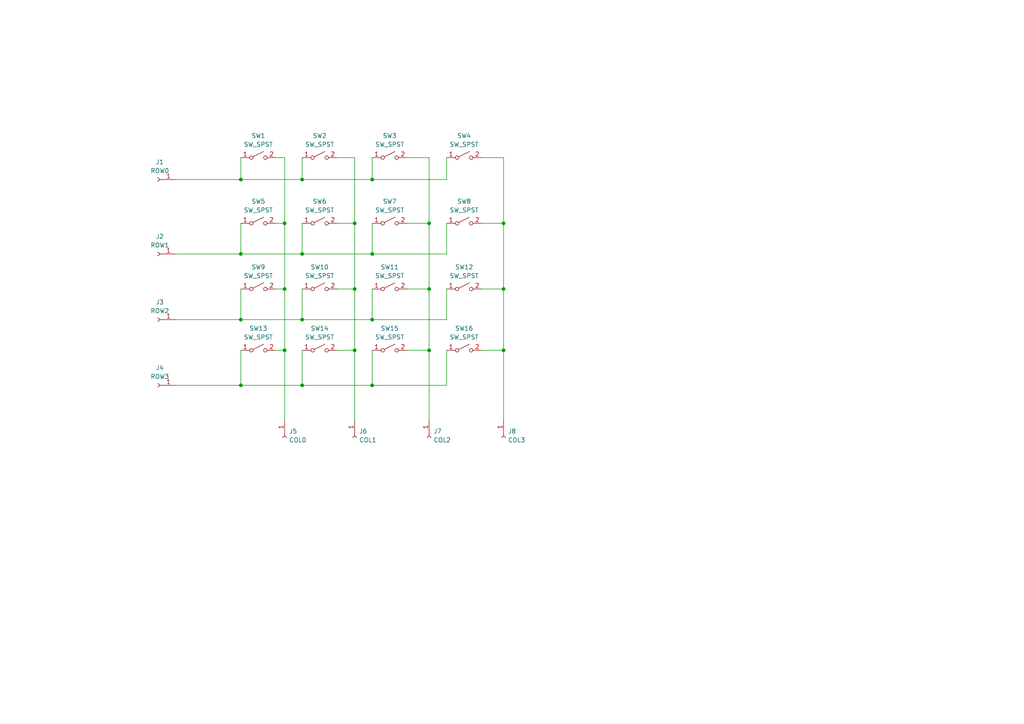
<source format=kicad_sch>
(kicad_sch (version 20211123) (generator eeschema)
  (paper "A4")
  (lib_symbols
    (symbol "Connector:Conn_01x01_Female" (pin_names (offset 1.016) hide)
      (property "Reference" "J" (at 0 2.54 0))
      (property "Value" "Conn_01x01_Female" (at 0 -2.54 0))
      (symbol "Conn_01x01_Female_1_1"
        (polyline (pts (xy -1.27 0) (xy -0.508 0)) (stroke (width 0.1524)))
        (arc (start 0 0.508) (mid -0.508 0) (end 0 -0.508) (stroke (width 0.1524)))
        (pin passive line (at -5.08 0 0) (length 3.81) (name "Pin_1") (number "1"))
      )
    )
    (symbol "Switch:SW_SPST" (pin_names (offset 0) hide)
      (property "Reference" "SW" (at 0 3.175 0))
      (property "Value" "SW_SPST" (at 0 -2.54 0))
      (symbol "SW_SPST_0_0"
        (circle (center -2.032 0) (radius 0.508))
        (polyline (pts (xy -1.524 0.254) (xy 1.524 1.778)))
        (circle (center 2.032 0) (radius 0.508))
      )
      (symbol "SW_SPST_1_1"
        (pin passive line (at -5.08 0 0) (length 2.54) (name "A") (number "1"))
        (pin passive line (at 5.08 0 180) (length 2.54) (name "B") (number "2"))
      )
    )
  )
  (junction (at 69.85 52.07))
  (junction (at 102.87 64.77))
  (junction (at 87.63 92.71))
  (junction (at 102.87 83.82))
  (junction (at 87.63 52.07))
  (junction (at 69.85 111.76))
  (junction (at 69.85 92.71))
  (junction (at 124.46 83.82))
  (junction (at 82.55 83.82))
  (junction (at 107.95 73.66))
  (junction (at 87.63 111.76))
  (junction (at 102.87 101.6))
  (junction (at 87.63 73.66))
  (junction (at 146.05 83.82))
  (junction (at 124.46 64.77))
  (junction (at 146.05 101.6))
  (junction (at 107.95 92.71))
  (junction (at 107.95 111.76))
  (junction (at 82.55 64.77))
  (junction (at 146.05 64.77))
  (junction (at 124.46 101.6))
  (junction (at 82.55 101.6))
  (junction (at 107.95 52.07))
  (junction (at 69.85 73.66))
  (wire (pts (xy 82.55 101.6) (xy 82.55 121.92)))
  (wire (pts (xy 139.7 45.72) (xy 146.05 45.72)))
  (wire (pts (xy 124.46 64.77) (xy 124.46 83.82)))
  (wire (pts (xy 69.85 64.77) (xy 69.85 73.66)))
  (wire (pts (xy 146.05 45.72) (xy 146.05 64.77)))
  (wire (pts (xy 107.95 73.66) (xy 129.54 73.66)))
  (wire (pts (xy 82.55 64.77) (xy 82.55 83.82)))
  (wire (pts (xy 69.85 101.6) (xy 69.85 111.76)))
  (wire (pts (xy 50.8 92.71) (xy 69.85 92.71)))
  (wire (pts (xy 124.46 45.72) (xy 124.46 64.77)))
  (wire (pts (xy 139.7 83.82) (xy 146.05 83.82)))
  (wire (pts (xy 80.01 101.6) (xy 82.55 101.6)))
  (wire (pts (xy 139.7 64.77) (xy 146.05 64.77)))
  (wire (pts (xy 69.85 111.76) (xy 87.63 111.76)))
  (wire (pts (xy 124.46 101.6) (xy 124.46 121.92)))
  (wire (pts (xy 146.05 64.77) (xy 146.05 83.82)))
  (wire (pts (xy 97.79 45.72) (xy 102.87 45.72)))
  (wire (pts (xy 80.01 83.82) (xy 82.55 83.82)))
  (wire (pts (xy 107.95 83.82) (xy 107.95 92.71)))
  (wire (pts (xy 50.8 73.66) (xy 69.85 73.66)))
  (wire (pts (xy 129.54 73.66) (xy 129.54 64.77)))
  (wire (pts (xy 69.85 52.07) (xy 87.63 52.07)))
  (wire (pts (xy 87.63 52.07) (xy 107.95 52.07)))
  (wire (pts (xy 80.01 45.72) (xy 82.55 45.72)))
  (wire (pts (xy 82.55 45.72) (xy 82.55 64.77)))
  (wire (pts (xy 107.95 92.71) (xy 129.54 92.71)))
  (wire (pts (xy 124.46 83.82) (xy 124.46 101.6)))
  (wire (pts (xy 50.8 111.76) (xy 69.85 111.76)))
  (wire (pts (xy 107.95 64.77) (xy 107.95 73.66)))
  (wire (pts (xy 87.63 111.76) (xy 107.95 111.76)))
  (wire (pts (xy 107.95 111.76) (xy 129.54 111.76)))
  (wire (pts (xy 102.87 45.72) (xy 102.87 64.77)))
  (wire (pts (xy 87.63 73.66) (xy 107.95 73.66)))
  (wire (pts (xy 139.7 101.6) (xy 146.05 101.6)))
  (wire (pts (xy 129.54 83.82) (xy 129.54 92.71)))
  (wire (pts (xy 129.54 101.6) (xy 129.54 111.76)))
  (wire (pts (xy 69.85 83.82) (xy 69.85 92.71)))
  (wire (pts (xy 107.95 45.72) (xy 107.95 52.07)))
  (wire (pts (xy 87.63 92.71) (xy 107.95 92.71)))
  (wire (pts (xy 118.11 101.6) (xy 124.46 101.6)))
  (wire (pts (xy 97.79 64.77) (xy 102.87 64.77)))
  (wire (pts (xy 82.55 83.82) (xy 82.55 101.6)))
  (wire (pts (xy 69.85 92.71) (xy 87.63 92.71)))
  (wire (pts (xy 87.63 64.77) (xy 87.63 73.66)))
  (wire (pts (xy 146.05 83.82) (xy 146.05 101.6)))
  (wire (pts (xy 69.85 73.66) (xy 87.63 73.66)))
  (wire (pts (xy 97.79 101.6) (xy 102.87 101.6)))
  (wire (pts (xy 80.01 64.77) (xy 82.55 64.77)))
  (wire (pts (xy 102.87 83.82) (xy 102.87 101.6)))
  (wire (pts (xy 87.63 83.82) (xy 87.63 92.71)))
  (wire (pts (xy 107.95 52.07) (xy 129.54 52.07)))
  (wire (pts (xy 50.8 52.07) (xy 69.85 52.07)))
  (wire (pts (xy 118.11 83.82) (xy 124.46 83.82)))
  (wire (pts (xy 146.05 101.6) (xy 146.05 121.92)))
  (wire (pts (xy 87.63 101.6) (xy 87.63 111.76)))
  (wire (pts (xy 102.87 64.77) (xy 102.87 83.82)))
  (wire (pts (xy 69.85 45.72) (xy 69.85 52.07)))
  (wire (pts (xy 97.79 83.82) (xy 102.87 83.82)))
  (wire (pts (xy 107.95 101.6) (xy 107.95 111.76)))
  (wire (pts (xy 118.11 64.77) (xy 124.46 64.77)))
  (wire (pts (xy 87.63 45.72) (xy 87.63 52.07)))
  (wire (pts (xy 118.11 45.72) (xy 124.46 45.72)))
  (wire (pts (xy 129.54 52.07) (xy 129.54 45.72)))
  (wire (pts (xy 102.87 101.6) (xy 102.87 121.92)))
  (symbol (lib_id "Connector:Conn_01x01_Female") (at 146.05 127 270) (unit 1)
    (property "Reference" "J8" (at 147.32 125.0949 90) (effects (justify left)))
    (property "Value" "COL3" (at 147.32 127.6349 90) (effects (justify left)))
    (property "Footprint" "Connector_PinSocket_2.54mm:PinSocket_1x01_P2.54mm_Vertical" (effects hide))
  )
  (symbol (lib_id "Switch:SW_SPST") (at 113.03 83.82 0) (unit 1)
    (property "Reference" "SW11" (at 113.03 77.47 0))
    (property "Value" "SW_SPST" (at 113.03 80.01 0))
    (property "Footprint" "custom-footprints:matrix-button" (effects hide))
  )
  (symbol (lib_id "Switch:SW_SPST") (at 134.62 45.72 0) (unit 1)
    (property "Reference" "SW4" (at 134.62 39.37 0))
    (property "Value" "SW_SPST" (at 134.62 41.91 0))
    (property "Footprint" "custom-footprints:matrix-button" (effects hide))
  )
  (symbol (lib_id "Connector:Conn_01x01_Female") (at 102.87 127 270) (unit 1)
    (property "Reference" "J6" (at 104.14 125.0949 90) (effects (justify left)))
    (property "Value" "COL1" (at 104.14 127.6349 90) (effects (justify left)))
    (property "Footprint" "Connector_PinSocket_2.54mm:PinSocket_1x01_P2.54mm_Vertical" (effects hide))
  )
  (symbol (lib_id "Switch:SW_SPST") (at 134.62 83.82 0) (unit 1)
    (property "Reference" "SW12" (at 134.62 77.47 0))
    (property "Value" "SW_SPST" (at 134.62 80.01 0))
    (property "Footprint" "custom-footprints:matrix-button" (effects hide))
  )
  (symbol (lib_id "Connector:Conn_01x01_Female") (at 82.55 127 270) (unit 1)
    (property "Reference" "J5" (at 83.82 125.0949 90) (effects (justify left)))
    (property "Value" "COL0" (at 83.82 127.6349 90) (effects (justify left)))
    (property "Footprint" "Connector_PinSocket_2.54mm:PinSocket_1x01_P2.54mm_Vertical" (effects hide))
  )
  (symbol (lib_id "Switch:SW_SPST") (at 92.71 101.6 0) (unit 1)
    (property "Reference" "SW14" (at 92.71 95.25 0))
    (property "Value" "SW_SPST" (at 92.71 97.79 0))
    (property "Footprint" "custom-footprints:matrix-button" (effects hide))
  )
  (symbol (lib_id "Switch:SW_SPST") (at 113.03 64.77 0) (unit 1)
    (property "Reference" "SW7" (at 113.03 58.42 0))
    (property "Value" "SW_SPST" (at 113.03 60.96 0))
    (property "Footprint" "custom-footprints:matrix-button" (effects hide))
  )
  (symbol (lib_id "Connector:Conn_01x01_Female") (at 45.72 73.66 180) (unit 1)
    (property "Reference" "J2" (at 46.355 68.58 0))
    (property "Value" "ROW1" (at 46.355 71.12 0))
    (property "Footprint" "Connector_PinSocket_2.54mm:PinSocket_1x01_P2.54mm_Vertical" (effects hide))
  )
  (symbol (lib_id "Switch:SW_SPST") (at 74.93 83.82 0) (unit 1)
    (property "Reference" "SW9" (at 74.93 77.47 0))
    (property "Value" "SW_SPST" (at 74.93 80.01 0))
    (property "Footprint" "custom-footprints:matrix-button" (effects hide))
  )
  (symbol (lib_id "Switch:SW_SPST") (at 134.62 64.77 0) (unit 1)
    (property "Reference" "SW8" (at 134.62 58.42 0))
    (property "Value" "SW_SPST" (at 134.62 60.96 0))
    (property "Footprint" "custom-footprints:matrix-button" (effects hide))
  )
  (symbol (lib_id "Connector:Conn_01x01_Female") (at 45.72 111.76 180) (unit 1)
    (property "Reference" "J4" (at 46.355 106.68 0))
    (property "Value" "ROW3" (at 46.355 109.22 0))
    (property "Footprint" "Connector_PinSocket_2.54mm:PinSocket_1x01_P2.54mm_Vertical" (effects hide))
  )
  (symbol (lib_id "Switch:SW_SPST") (at 92.71 83.82 0) (unit 1)
    (property "Reference" "SW10" (at 92.71 77.47 0))
    (property "Value" "SW_SPST" (at 92.71 80.01 0))
    (property "Footprint" "custom-footprints:matrix-button" (effects hide))
  )
  (symbol (lib_id "Connector:Conn_01x01_Female") (at 45.72 92.71 180) (unit 1)
    (property "Reference" "J3" (at 46.355 87.63 0))
    (property "Value" "ROW2" (at 46.355 90.17 0))
    (property "Footprint" "Connector_PinSocket_2.54mm:PinSocket_1x01_P2.54mm_Vertical" (effects hide))
  )
  (symbol (lib_id "Switch:SW_SPST") (at 92.71 64.77 0) (unit 1)
    (property "Reference" "SW6" (at 92.71 58.42 0))
    (property "Value" "SW_SPST" (at 92.71 60.96 0))
    (property "Footprint" "custom-footprints:matrix-button" (effects hide))
  )
  (symbol (lib_id "Switch:SW_SPST") (at 74.93 64.77 0) (unit 1)
    (property "Reference" "SW5" (at 74.93 58.42 0))
    (property "Value" "SW_SPST" (at 74.93 60.96 0))
    (property "Footprint" "custom-footprints:matrix-button" (effects hide))
  )
  (symbol (lib_id "Connector:Conn_01x01_Female") (at 45.72 52.07 180) (unit 1)
    (property "Reference" "J1" (at 46.355 46.99 0))
    (property "Value" "ROW0" (at 46.355 49.53 0))
    (property "Footprint" "Connector_PinSocket_2.54mm:PinSocket_1x01_P2.54mm_Vertical" (effects hide))
  )
  (symbol (lib_id "Switch:SW_SPST") (at 92.71 45.72 0) (unit 1)
    (property "Reference" "SW2" (at 92.71 39.37 0))
    (property "Value" "SW_SPST" (at 92.71 41.91 0))
    (property "Footprint" "custom-footprints:matrix-button" (effects hide))
  )
  (symbol (lib_id "Switch:SW_SPST") (at 113.03 101.6 0) (unit 1)
    (property "Reference" "SW15" (at 113.03 95.25 0))
    (property "Value" "SW_SPST" (at 113.03 97.79 0))
    (property "Footprint" "custom-footprints:matrix-button" (effects hide))
  )
  (symbol (lib_id "Switch:SW_SPST") (at 74.93 45.72 0) (unit 1)
    (property "Reference" "SW1" (at 74.93 39.37 0))
    (property "Value" "SW_SPST" (at 74.93 41.91 0))
    (property "Footprint" "custom-footprints:matrix-button" (effects hide))
  )
  (symbol (lib_id "Switch:SW_SPST") (at 134.62 101.6 0) (unit 1)
    (property "Reference" "SW16" (at 134.62 95.25 0))
    (property "Value" "SW_SPST" (at 134.62 97.79 0))
    (property "Footprint" "custom-footprints:matrix-button" (effects hide))
  )
  (symbol (lib_id "Switch:SW_SPST") (at 113.03 45.72 0) (unit 1)
    (property "Reference" "SW3" (at 113.03 39.37 0))
    (property "Value" "SW_SPST" (at 113.03 41.91 0))
    (property "Footprint" "custom-footprints:matrix-button" (effects hide))
  )
  (symbol (lib_id "Switch:SW_SPST") (at 74.93 101.6 0) (unit 1)
    (property "Reference" "SW13" (at 74.93 95.25 0))
    (property "Value" "SW_SPST" (at 74.93 97.79 0))
    (property "Footprint" "custom-footprints:matrix-button" (effects hide))
  )
  (symbol (lib_id "Connector:Conn_01x01_Female") (at 124.46 127 270) (unit 1)
    (property "Reference" "J7" (at 125.73 125.0949 90) (effects (justify left)))
    (property "Value" "COL2" (at 125.73 127.6349 90) (effects (justify left)))
    (property "Footprint" "Connector_PinSocket_2.54mm:PinSocket_1x01_P2.54mm_Vertical" (effects hide))
  )
)
</source>
